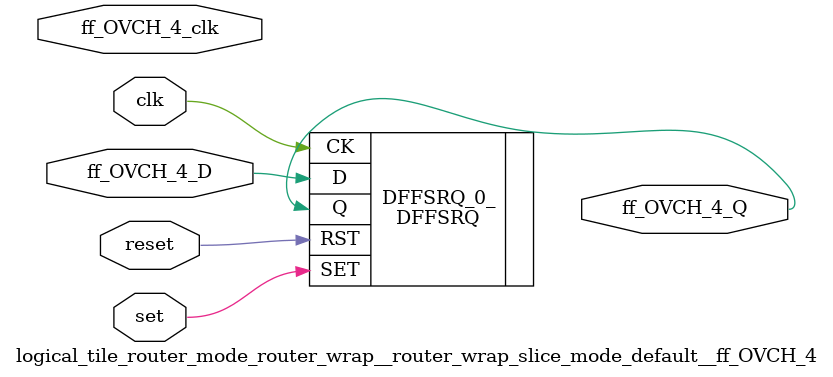
<source format=v>
`default_nettype none

module logical_tile_router_mode_router_wrap__router_wrap_slice_mode_default__ff_OVCH_4(set,
                                                                                       reset,
                                                                                       clk,
                                                                                       ff_OVCH_4_D,
                                                                                       ff_OVCH_4_Q,
                                                                                       ff_OVCH_4_clk);
//----- GLOBAL PORTS -----
input [0:0] set;
//----- GLOBAL PORTS -----
input [0:0] reset;
//----- GLOBAL PORTS -----
input [0:0] clk;
//----- INPUT PORTS -----
input [0:0] ff_OVCH_4_D;
//----- OUTPUT PORTS -----
output [0:0] ff_OVCH_4_Q;
//----- CLOCK PORTS -----
input [0:0] ff_OVCH_4_clk;

//----- BEGIN wire-connection ports -----
wire [0:0] ff_OVCH_4_D;
wire [0:0] ff_OVCH_4_Q;
wire [0:0] ff_OVCH_4_clk;
//----- END wire-connection ports -----


//----- BEGIN Registered ports -----
//----- END Registered ports -----



// ----- BEGIN Local short connections -----
// ----- END Local short connections -----
// ----- BEGIN Local output short connections -----
// ----- END Local output short connections -----

	DFFSRQ DFFSRQ_0_ (
		.SET(set),
		.RST(reset),
		.CK(clk),
		.D(ff_OVCH_4_D),
		.Q(ff_OVCH_4_Q));

endmodule
// ----- END Verilog module for logical_tile_router_mode_router_wrap__router_wrap_slice_mode_default__ff_OVCH_4 -----

//----- Default net type -----
`default_nettype wire




</source>
